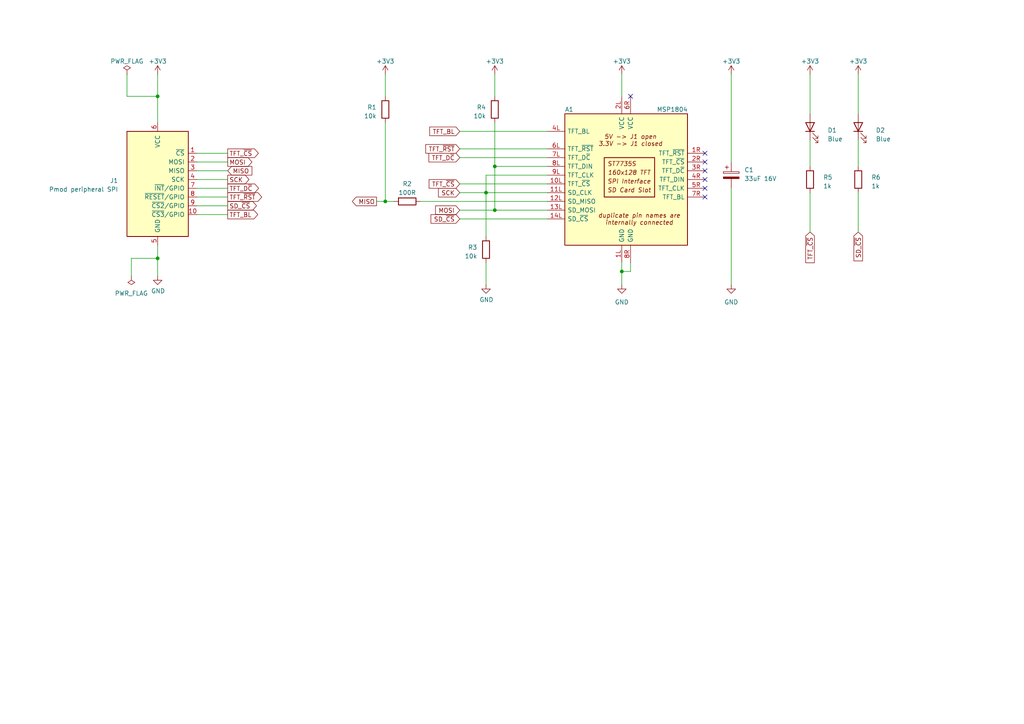
<source format=kicad_sch>
(kicad_sch (version 20230121) (generator eeschema)

  (uuid ef409a08-157a-48a5-aaa9-474c2683968c)

  (paper "A4")

  (title_block
    (title "PMOD extended SPI TFT")
    (date "2023-04-01")
    (rev "V1.0")
    (company "https://github.com/atoomnetmarc/PMOD-extended-SPI-TFT")
    (comment 1 "Apache License, version 2.0")
  )

  (lib_symbols
    (symbol "Connector-extra:Pmod-peripheral-spi-expanded" (pin_names (offset 1.016)) (in_bom yes) (on_board yes)
      (property "Reference" "J" (at -7.62 16.51 0)
        (effects (font (size 1.27 1.27)))
      )
      (property "Value" "Pmod peripheral SPI" (at 0.635 16.51 0)
        (effects (font (size 1.27 1.27)) (justify left))
      )
      (property "Footprint" "Connector_PinHeader_2.54mm-extra:PinHeader_2x06_P2.54mm_Horizontal_Top_Bottom" (at 0 -22.86 0)
        (effects (font (size 1.27 1.27)) hide)
      )
      (property "Datasheet" "https://digilent.com/reference/pmod/start" (at -1.27 -25.4 0)
        (effects (font (size 1.27 1.27)) hide)
      )
      (property "ki_keywords" "pmod" (at 0 0 0)
        (effects (font (size 1.27 1.27)) hide)
      )
      (property "ki_description" "Pmod Interface Type 2A (expanded SPI) peripheral" (at 0 0 0)
        (effects (font (size 1.27 1.27)) hide)
      )
      (symbol "Pmod-peripheral-spi-expanded_0_1"
        (rectangle (start -8.89 15.24) (end 8.89 -15.24)
          (stroke (width 0.254) (type default))
          (fill (type background))
        )
      )
      (symbol "Pmod-peripheral-spi-expanded_1_1"
        (pin output line (at 11.43 8.89 180) (length 2.54)
          (name "~{CS}" (effects (font (size 1.27 1.27))))
          (number "1" (effects (font (size 1.27 1.27))))
        )
        (pin bidirectional line (at 11.43 -8.89 180) (length 2.54)
          (name "~{CS3}/GPIO" (effects (font (size 1.27 1.27))))
          (number "10" (effects (font (size 1.27 1.27))))
        )
        (pin passive line (at 0 -17.78 90) (length 2.54) hide
          (name "GND" (effects (font (size 1.27 1.27))))
          (number "11" (effects (font (size 1.27 1.27))))
        )
        (pin passive line (at 0 17.78 270) (length 2.54) hide
          (name "VCC" (effects (font (size 1.27 1.27))))
          (number "12" (effects (font (size 1.27 1.27))))
        )
        (pin output line (at 11.43 6.35 180) (length 2.54)
          (name "MOSI" (effects (font (size 1.27 1.27))))
          (number "2" (effects (font (size 1.27 1.27))))
        )
        (pin input line (at 11.43 3.81 180) (length 2.54)
          (name "MISO" (effects (font (size 1.27 1.27))))
          (number "3" (effects (font (size 1.27 1.27))))
        )
        (pin output line (at 11.43 1.27 180) (length 2.54)
          (name "SCK" (effects (font (size 1.27 1.27))))
          (number "4" (effects (font (size 1.27 1.27))))
        )
        (pin power_in line (at 0 -17.78 90) (length 2.54)
          (name "GND" (effects (font (size 1.27 1.27))))
          (number "5" (effects (font (size 1.27 1.27))))
        )
        (pin power_in line (at 0 17.78 270) (length 2.54)
          (name "VCC" (effects (font (size 1.27 1.27))))
          (number "6" (effects (font (size 1.27 1.27))))
        )
        (pin bidirectional line (at 11.43 -1.27 180) (length 2.54)
          (name "~{INT}/GPIO" (effects (font (size 1.27 1.27))))
          (number "7" (effects (font (size 1.27 1.27))))
        )
        (pin bidirectional line (at 11.43 -3.81 180) (length 2.54)
          (name "~{RESET}/GPIO" (effects (font (size 1.27 1.27))))
          (number "8" (effects (font (size 1.27 1.27))))
        )
        (pin bidirectional line (at 11.43 -6.35 180) (length 2.54)
          (name "~{CS2}/GPIO" (effects (font (size 1.27 1.27))))
          (number "9" (effects (font (size 1.27 1.27))))
        )
      )
    )
    (symbol "Device:C_Polarized" (pin_numbers hide) (pin_names (offset 0.254)) (in_bom yes) (on_board yes)
      (property "Reference" "C" (at 0.635 2.54 0)
        (effects (font (size 1.27 1.27)) (justify left))
      )
      (property "Value" "C_Polarized" (at 0.635 -2.54 0)
        (effects (font (size 1.27 1.27)) (justify left))
      )
      (property "Footprint" "" (at 0.9652 -3.81 0)
        (effects (font (size 1.27 1.27)) hide)
      )
      (property "Datasheet" "~" (at 0 0 0)
        (effects (font (size 1.27 1.27)) hide)
      )
      (property "ki_keywords" "cap capacitor" (at 0 0 0)
        (effects (font (size 1.27 1.27)) hide)
      )
      (property "ki_description" "Polarized capacitor" (at 0 0 0)
        (effects (font (size 1.27 1.27)) hide)
      )
      (property "ki_fp_filters" "CP_*" (at 0 0 0)
        (effects (font (size 1.27 1.27)) hide)
      )
      (symbol "C_Polarized_0_1"
        (rectangle (start -2.286 0.508) (end 2.286 1.016)
          (stroke (width 0) (type default))
          (fill (type none))
        )
        (polyline
          (pts
            (xy -1.778 2.286)
            (xy -0.762 2.286)
          )
          (stroke (width 0) (type default))
          (fill (type none))
        )
        (polyline
          (pts
            (xy -1.27 2.794)
            (xy -1.27 1.778)
          )
          (stroke (width 0) (type default))
          (fill (type none))
        )
        (rectangle (start 2.286 -0.508) (end -2.286 -1.016)
          (stroke (width 0) (type default))
          (fill (type outline))
        )
      )
      (symbol "C_Polarized_1_1"
        (pin passive line (at 0 3.81 270) (length 2.794)
          (name "~" (effects (font (size 1.27 1.27))))
          (number "1" (effects (font (size 1.27 1.27))))
        )
        (pin passive line (at 0 -3.81 90) (length 2.794)
          (name "~" (effects (font (size 1.27 1.27))))
          (number "2" (effects (font (size 1.27 1.27))))
        )
      )
    )
    (symbol "Device:LED" (pin_numbers hide) (pin_names (offset 1.016) hide) (in_bom yes) (on_board yes)
      (property "Reference" "D" (at 0 2.54 0)
        (effects (font (size 1.27 1.27)))
      )
      (property "Value" "LED" (at 0 -2.54 0)
        (effects (font (size 1.27 1.27)))
      )
      (property "Footprint" "" (at 0 0 0)
        (effects (font (size 1.27 1.27)) hide)
      )
      (property "Datasheet" "~" (at 0 0 0)
        (effects (font (size 1.27 1.27)) hide)
      )
      (property "ki_keywords" "LED diode" (at 0 0 0)
        (effects (font (size 1.27 1.27)) hide)
      )
      (property "ki_description" "Light emitting diode" (at 0 0 0)
        (effects (font (size 1.27 1.27)) hide)
      )
      (property "ki_fp_filters" "LED* LED_SMD:* LED_THT:*" (at 0 0 0)
        (effects (font (size 1.27 1.27)) hide)
      )
      (symbol "LED_0_1"
        (polyline
          (pts
            (xy -1.27 -1.27)
            (xy -1.27 1.27)
          )
          (stroke (width 0.254) (type default))
          (fill (type none))
        )
        (polyline
          (pts
            (xy -1.27 0)
            (xy 1.27 0)
          )
          (stroke (width 0) (type default))
          (fill (type none))
        )
        (polyline
          (pts
            (xy 1.27 -1.27)
            (xy 1.27 1.27)
            (xy -1.27 0)
            (xy 1.27 -1.27)
          )
          (stroke (width 0.254) (type default))
          (fill (type none))
        )
        (polyline
          (pts
            (xy -3.048 -0.762)
            (xy -4.572 -2.286)
            (xy -3.81 -2.286)
            (xy -4.572 -2.286)
            (xy -4.572 -1.524)
          )
          (stroke (width 0) (type default))
          (fill (type none))
        )
        (polyline
          (pts
            (xy -1.778 -0.762)
            (xy -3.302 -2.286)
            (xy -2.54 -2.286)
            (xy -3.302 -2.286)
            (xy -3.302 -1.524)
          )
          (stroke (width 0) (type default))
          (fill (type none))
        )
      )
      (symbol "LED_1_1"
        (pin passive line (at -3.81 0 0) (length 2.54)
          (name "K" (effects (font (size 1.27 1.27))))
          (number "1" (effects (font (size 1.27 1.27))))
        )
        (pin passive line (at 3.81 0 180) (length 2.54)
          (name "A" (effects (font (size 1.27 1.27))))
          (number "2" (effects (font (size 1.27 1.27))))
        )
      )
    )
    (symbol "Device:R" (pin_numbers hide) (pin_names (offset 0)) (in_bom yes) (on_board yes)
      (property "Reference" "R" (at 2.032 0 90)
        (effects (font (size 1.27 1.27)))
      )
      (property "Value" "R" (at 0 0 90)
        (effects (font (size 1.27 1.27)))
      )
      (property "Footprint" "" (at -1.778 0 90)
        (effects (font (size 1.27 1.27)) hide)
      )
      (property "Datasheet" "~" (at 0 0 0)
        (effects (font (size 1.27 1.27)) hide)
      )
      (property "ki_keywords" "R res resistor" (at 0 0 0)
        (effects (font (size 1.27 1.27)) hide)
      )
      (property "ki_description" "Resistor" (at 0 0 0)
        (effects (font (size 1.27 1.27)) hide)
      )
      (property "ki_fp_filters" "R_*" (at 0 0 0)
        (effects (font (size 1.27 1.27)) hide)
      )
      (symbol "R_0_1"
        (rectangle (start -1.016 -2.54) (end 1.016 2.54)
          (stroke (width 0.254) (type default))
          (fill (type none))
        )
      )
      (symbol "R_1_1"
        (pin passive line (at 0 3.81 270) (length 1.27)
          (name "~" (effects (font (size 1.27 1.27))))
          (number "1" (effects (font (size 1.27 1.27))))
        )
        (pin passive line (at 0 -3.81 90) (length 1.27)
          (name "~" (effects (font (size 1.27 1.27))))
          (number "2" (effects (font (size 1.27 1.27))))
        )
      )
    )
    (symbol "Display_Graphic-extra:Module_TFT_1.8_160x128" (pin_names (offset 0.762)) (in_bom yes) (on_board yes)
      (property "Reference" "A" (at -17.78 20.32 0)
        (effects (font (size 1.27 1.27)) (justify left))
      )
      (property "Value" "MSP1804" (at 8.89 20.32 0)
        (effects (font (size 1.27 1.27)) (justify left))
      )
      (property "Footprint" "" (at 0 -17.78 0)
        (effects (font (size 1.27 1.27)) hide)
      )
      (property "Datasheet" "http://www.lcdwiki.com/1.8inch_SPI_Module_ST7735S_SKU:MSP1804" (at 0 -29.21 0)
        (effects (font (size 1.27 1.27)) hide)
      )
      (property "ki_keywords" "display module" (at 0 0 0)
        (effects (font (size 1.27 1.27)) hide)
      )
      (property "ki_description" "ST7735S controller, SPI TFT LCD Display, 4-pin SD card interface, 5V/3.3V" (at 0 0 0)
        (effects (font (size 1.27 1.27)) hide)
      )
      (property "ki_fp_filters" "*CR2013*MI2120*" (at 0 0 0)
        (effects (font (size 1.27 1.27)) hide)
      )
      (symbol "Module_TFT_1.8_160x128_0_0"
        (text "SD Card Slot" (at -5.461 -3.048 0)
          (effects (font (size 1.27 1.27) italic) (justify left))
        )
        (text "SPI Interface" (at -5.461 -0.508 0)
          (effects (font (size 1.27 1.27) italic) (justify left))
        )
      )
      (symbol "Module_TFT_1.8_160x128_0_1"
        (rectangle (start -17.78 19.05) (end 17.78 -19.05)
          (stroke (width 0.254) (type default))
          (fill (type background))
        )
        (rectangle (start -6.35 6.35) (end 8.255 -5.08)
          (stroke (width 0.254) (type default))
          (fill (type none))
        )
      )
      (symbol "Module_TFT_1.8_160x128_1_0"
        (text "160x128 TFT" (at 0.889 2.032 0)
          (effects (font (size 1.27 1.27) italic))
        )
        (text "5V -> J1 open\n3.3V -> J1 closed" (at 1.27 11.43 0)
          (effects (font (size 1.27 1.27) italic))
        )
        (text "duplicate pin names are\ninternally connected" (at 3.81 -11.43 0)
          (effects (font (size 1.27 1.27) italic))
        )
        (text "ST7735S" (at -5.461 4.572 0)
          (effects (font (size 1.27 1.27) italic) (justify left))
        )
      )
      (symbol "Module_TFT_1.8_160x128_1_1"
        (pin input line (at -22.86 -1.27 0) (length 5.08)
          (name "TFT_~{CS}" (effects (font (size 1.27 1.27))))
          (number "10L" (effects (font (size 1.27 1.27))))
        )
        (pin input line (at -22.86 -3.81 0) (length 5.08)
          (name "SD_CLK" (effects (font (size 1.27 1.27))))
          (number "11L" (effects (font (size 1.27 1.27))))
        )
        (pin output line (at -22.86 -6.35 0) (length 5.08)
          (name "SD_MISO" (effects (font (size 1.27 1.27))))
          (number "12L" (effects (font (size 1.27 1.27))))
        )
        (pin input line (at -22.86 -8.89 0) (length 5.08)
          (name "SD_MOSI" (effects (font (size 1.27 1.27))))
          (number "13L" (effects (font (size 1.27 1.27))))
        )
        (pin input line (at -22.86 -11.43 0) (length 5.08)
          (name "SD_~{CS}" (effects (font (size 1.27 1.27))))
          (number "14L" (effects (font (size 1.27 1.27))))
        )
        (pin no_connect line (at -22.86 -13.97 0) (length 5.08) hide
          (name "NC" (effects (font (size 1.27 1.27))))
          (number "15L" (effects (font (size 1.27 1.27))))
        )
        (pin no_connect line (at -22.86 -16.51 0) (length 5.08) hide
          (name "NC" (effects (font (size 1.27 1.27))))
          (number "16L" (effects (font (size 1.27 1.27))))
        )
        (pin power_in line (at -1.27 -24.13 90) (length 5.08)
          (name "GND" (effects (font (size 1.27 1.27))))
          (number "1L" (effects (font (size 1.27 1.27))))
        )
        (pin input line (at 22.86 7.62 180) (length 5.08)
          (name "TFT_~{RST}" (effects (font (size 1.27 1.27))))
          (number "1R" (effects (font (size 1.27 1.27))))
        )
        (pin power_in line (at -1.27 24.13 270) (length 5.08)
          (name "VCC" (effects (font (size 1.27 1.27))))
          (number "2L" (effects (font (size 1.27 1.27))))
        )
        (pin input line (at 22.86 5.08 180) (length 5.08)
          (name "TFT_~{CS}" (effects (font (size 1.27 1.27))))
          (number "2R" (effects (font (size 1.27 1.27))))
        )
        (pin no_connect line (at -22.86 16.51 0) (length 5.08) hide
          (name "NC" (effects (font (size 1.27 1.27))))
          (number "3L" (effects (font (size 1.27 1.27))))
        )
        (pin input line (at 22.86 2.54 180) (length 5.08)
          (name "TFT_D~{C}" (effects (font (size 1.27 1.27))))
          (number "3R" (effects (font (size 1.27 1.27))))
        )
        (pin input line (at -22.86 13.97 0) (length 5.08)
          (name "TFT_BL" (effects (font (size 1.27 1.27))))
          (number "4L" (effects (font (size 1.27 1.27))))
        )
        (pin input line (at 22.86 0 180) (length 5.08)
          (name "TFT_DIN" (effects (font (size 1.27 1.27))))
          (number "4R" (effects (font (size 1.27 1.27))))
        )
        (pin no_connect line (at -22.86 11.43 0) (length 5.08) hide
          (name "NC" (effects (font (size 1.27 1.27))))
          (number "5L" (effects (font (size 1.27 1.27))))
        )
        (pin input line (at 22.86 -2.54 180) (length 5.08)
          (name "TFT_CLK" (effects (font (size 1.27 1.27))))
          (number "5R" (effects (font (size 1.27 1.27))))
        )
        (pin input line (at -22.86 8.89 0) (length 5.08)
          (name "TFT_~{RST}" (effects (font (size 1.27 1.27))))
          (number "6L" (effects (font (size 1.27 1.27))))
        )
        (pin power_in line (at 1.27 24.13 270) (length 5.08)
          (name "VCC" (effects (font (size 1.27 1.27))))
          (number "6R" (effects (font (size 1.27 1.27))))
        )
        (pin input line (at -22.86 6.35 0) (length 5.08)
          (name "TFT_D~{C}" (effects (font (size 1.27 1.27))))
          (number "7L" (effects (font (size 1.27 1.27))))
        )
        (pin input line (at 22.86 -5.08 180) (length 5.08)
          (name "TFT_BL" (effects (font (size 1.27 1.27))))
          (number "7R" (effects (font (size 1.27 1.27))))
        )
        (pin input line (at -22.86 3.81 0) (length 5.08)
          (name "TFT_DIN" (effects (font (size 1.27 1.27))))
          (number "8L" (effects (font (size 1.27 1.27))))
        )
        (pin power_in line (at 1.27 -24.13 90) (length 5.08)
          (name "GND" (effects (font (size 1.27 1.27))))
          (number "8R" (effects (font (size 1.27 1.27))))
        )
        (pin input line (at -22.86 1.27 0) (length 5.08)
          (name "TFT_CLK" (effects (font (size 1.27 1.27))))
          (number "9L" (effects (font (size 1.27 1.27))))
        )
      )
    )
    (symbol "power:+3V3" (power) (pin_names (offset 0)) (in_bom yes) (on_board yes)
      (property "Reference" "#PWR" (at 0 -3.81 0)
        (effects (font (size 1.27 1.27)) hide)
      )
      (property "Value" "+3V3" (at 0 3.556 0)
        (effects (font (size 1.27 1.27)))
      )
      (property "Footprint" "" (at 0 0 0)
        (effects (font (size 1.27 1.27)) hide)
      )
      (property "Datasheet" "" (at 0 0 0)
        (effects (font (size 1.27 1.27)) hide)
      )
      (property "ki_keywords" "global power" (at 0 0 0)
        (effects (font (size 1.27 1.27)) hide)
      )
      (property "ki_description" "Power symbol creates a global label with name \"+3V3\"" (at 0 0 0)
        (effects (font (size 1.27 1.27)) hide)
      )
      (symbol "+3V3_0_1"
        (polyline
          (pts
            (xy -0.762 1.27)
            (xy 0 2.54)
          )
          (stroke (width 0) (type default))
          (fill (type none))
        )
        (polyline
          (pts
            (xy 0 0)
            (xy 0 2.54)
          )
          (stroke (width 0) (type default))
          (fill (type none))
        )
        (polyline
          (pts
            (xy 0 2.54)
            (xy 0.762 1.27)
          )
          (stroke (width 0) (type default))
          (fill (type none))
        )
      )
      (symbol "+3V3_1_1"
        (pin power_in line (at 0 0 90) (length 0) hide
          (name "+3V3" (effects (font (size 1.27 1.27))))
          (number "1" (effects (font (size 1.27 1.27))))
        )
      )
    )
    (symbol "power:GND" (power) (pin_names (offset 0)) (in_bom yes) (on_board yes)
      (property "Reference" "#PWR" (at 0 -6.35 0)
        (effects (font (size 1.27 1.27)) hide)
      )
      (property "Value" "GND" (at 0 -3.81 0)
        (effects (font (size 1.27 1.27)))
      )
      (property "Footprint" "" (at 0 0 0)
        (effects (font (size 1.27 1.27)) hide)
      )
      (property "Datasheet" "" (at 0 0 0)
        (effects (font (size 1.27 1.27)) hide)
      )
      (property "ki_keywords" "global power" (at 0 0 0)
        (effects (font (size 1.27 1.27)) hide)
      )
      (property "ki_description" "Power symbol creates a global label with name \"GND\" , ground" (at 0 0 0)
        (effects (font (size 1.27 1.27)) hide)
      )
      (symbol "GND_0_1"
        (polyline
          (pts
            (xy 0 0)
            (xy 0 -1.27)
            (xy 1.27 -1.27)
            (xy 0 -2.54)
            (xy -1.27 -1.27)
            (xy 0 -1.27)
          )
          (stroke (width 0) (type default))
          (fill (type none))
        )
      )
      (symbol "GND_1_1"
        (pin power_in line (at 0 0 270) (length 0) hide
          (name "GND" (effects (font (size 1.27 1.27))))
          (number "1" (effects (font (size 1.27 1.27))))
        )
      )
    )
    (symbol "power:PWR_FLAG" (power) (pin_numbers hide) (pin_names (offset 0) hide) (in_bom yes) (on_board yes)
      (property "Reference" "#FLG" (at 0 1.905 0)
        (effects (font (size 1.27 1.27)) hide)
      )
      (property "Value" "PWR_FLAG" (at 0 3.81 0)
        (effects (font (size 1.27 1.27)))
      )
      (property "Footprint" "" (at 0 0 0)
        (effects (font (size 1.27 1.27)) hide)
      )
      (property "Datasheet" "~" (at 0 0 0)
        (effects (font (size 1.27 1.27)) hide)
      )
      (property "ki_keywords" "flag power" (at 0 0 0)
        (effects (font (size 1.27 1.27)) hide)
      )
      (property "ki_description" "Special symbol for telling ERC where power comes from" (at 0 0 0)
        (effects (font (size 1.27 1.27)) hide)
      )
      (symbol "PWR_FLAG_0_0"
        (pin power_out line (at 0 0 90) (length 0)
          (name "pwr" (effects (font (size 1.27 1.27))))
          (number "1" (effects (font (size 1.27 1.27))))
        )
      )
      (symbol "PWR_FLAG_0_1"
        (polyline
          (pts
            (xy 0 0)
            (xy 0 1.27)
            (xy -1.016 1.905)
            (xy 0 2.54)
            (xy 1.016 1.905)
            (xy 0 1.27)
          )
          (stroke (width 0) (type default))
          (fill (type none))
        )
      )
    )
  )

  (junction (at 111.76 58.42) (diameter 0) (color 0 0 0 0)
    (uuid 0ca519ef-0883-4ef4-a41d-81488f8275ed)
  )
  (junction (at 180.34 78.74) (diameter 0) (color 0 0 0 0)
    (uuid 7a478ab6-2f18-421b-8786-c6e10fc469f9)
  )
  (junction (at 143.51 60.96) (diameter 0) (color 0 0 0 0)
    (uuid a2d5411e-e003-4ae5-9efe-28269358077c)
  )
  (junction (at 140.97 55.88) (diameter 0) (color 0 0 0 0)
    (uuid aa4849fa-410f-4171-b7eb-52bbc64191ef)
  )
  (junction (at 143.51 48.26) (diameter 0) (color 0 0 0 0)
    (uuid e7ba09ba-3e74-4145-bcfd-d7704852c1a7)
  )
  (junction (at 45.72 27.94) (diameter 0) (color 0 0 0 0)
    (uuid eee73422-3f27-45f0-a222-c38cf9218c5c)
  )
  (junction (at 45.72 74.93) (diameter 0) (color 0 0 0 0)
    (uuid fa9c374f-b149-4673-bf45-6a2464dfc6d7)
  )

  (no_connect (at 204.47 44.45) (uuid 0a1b84d0-9f80-41b4-8dcd-57ddd49423c7))
  (no_connect (at 204.47 49.53) (uuid 750d9e00-f9df-4837-86f6-e6ef76b7eabd))
  (no_connect (at 182.88 27.94) (uuid 9fc4627b-93d6-4fbb-949b-149add0b79e6))
  (no_connect (at 204.47 52.07) (uuid a366f579-4dc6-4226-b1bb-a6e9b79404df))
  (no_connect (at 204.47 46.99) (uuid cfb819db-b1d4-414c-9473-0a89efe8e301))
  (no_connect (at 204.47 57.15) (uuid e1254035-e308-4d22-b5c4-8a63dca77651))
  (no_connect (at 204.47 54.61) (uuid f887d56a-6c1a-493d-a578-cc0a48927539))

  (wire (pts (xy 182.88 76.2) (xy 182.88 78.74))
    (stroke (width 0) (type default))
    (uuid 07f6694c-09f5-4de8-ad5d-635086886a5d)
  )
  (wire (pts (xy 212.09 21.59) (xy 212.09 46.99))
    (stroke (width 0) (type default))
    (uuid 0d1e885b-4350-4519-b27c-ad1ee0329355)
  )
  (wire (pts (xy 111.76 21.59) (xy 111.76 27.94))
    (stroke (width 0) (type default))
    (uuid 11d8745b-d456-4966-907c-b6829fedbe0d)
  )
  (wire (pts (xy 57.15 59.69) (xy 66.04 59.69))
    (stroke (width 0) (type default))
    (uuid 161fa106-5551-43fd-9f4e-36c997d244fb)
  )
  (wire (pts (xy 143.51 60.96) (xy 158.75 60.96))
    (stroke (width 0) (type default))
    (uuid 18b6b9aa-4adf-43a8-9773-797b74fcac7c)
  )
  (wire (pts (xy 121.92 58.42) (xy 158.75 58.42))
    (stroke (width 0) (type default))
    (uuid 25a8ad13-98ab-492b-b98c-d177df727fc7)
  )
  (wire (pts (xy 57.15 62.23) (xy 66.04 62.23))
    (stroke (width 0) (type default))
    (uuid 25c2ddc7-f05f-45d6-8940-28240b8946d8)
  )
  (wire (pts (xy 248.92 33.02) (xy 248.92 21.59))
    (stroke (width 0) (type default))
    (uuid 25efa4ce-8249-49b3-8e32-8927cfa3c83e)
  )
  (wire (pts (xy 234.95 33.02) (xy 234.95 21.59))
    (stroke (width 0) (type default))
    (uuid 266a7df1-51e1-4c14-8a0a-926973cbe612)
  )
  (wire (pts (xy 111.76 58.42) (xy 114.3 58.42))
    (stroke (width 0) (type default))
    (uuid 328bed4d-5b08-4203-9902-84ecdd0e4341)
  )
  (wire (pts (xy 57.15 44.45) (xy 66.04 44.45))
    (stroke (width 0) (type default))
    (uuid 34467498-e4c1-400e-9deb-97d3d91ba865)
  )
  (wire (pts (xy 45.72 74.93) (xy 45.72 80.01))
    (stroke (width 0) (type default))
    (uuid 3997eca3-9bce-47de-bf30-5d51ea26afe5)
  )
  (wire (pts (xy 180.34 76.2) (xy 180.34 78.74))
    (stroke (width 0) (type default))
    (uuid 3b2428dd-f3bf-4f6f-9012-79d4d1d8d83b)
  )
  (wire (pts (xy 158.75 50.8) (xy 140.97 50.8))
    (stroke (width 0) (type default))
    (uuid 3f708840-dacb-4fff-975e-33d16f037a78)
  )
  (wire (pts (xy 133.35 45.72) (xy 158.75 45.72))
    (stroke (width 0) (type default))
    (uuid 43564f62-82a3-475a-8eef-7970fe67d039)
  )
  (wire (pts (xy 57.15 54.61) (xy 66.04 54.61))
    (stroke (width 0) (type default))
    (uuid 4a45c879-2fee-4663-bd38-5e9aa936b4a1)
  )
  (wire (pts (xy 133.35 43.18) (xy 158.75 43.18))
    (stroke (width 0) (type default))
    (uuid 4c59fd90-e28f-445a-8c71-0a9e370da16c)
  )
  (wire (pts (xy 38.1 74.93) (xy 45.72 74.93))
    (stroke (width 0) (type default))
    (uuid 5aa799a1-0c79-4147-a2f1-6bb2f1804313)
  )
  (wire (pts (xy 143.51 48.26) (xy 143.51 60.96))
    (stroke (width 0) (type default))
    (uuid 5f25da72-4f99-4612-8aef-43fb94b4e87e)
  )
  (wire (pts (xy 248.92 55.88) (xy 248.92 67.31))
    (stroke (width 0) (type default))
    (uuid 62d88951-7778-472a-8687-88d6db3b0e65)
  )
  (wire (pts (xy 45.72 27.94) (xy 45.72 35.56))
    (stroke (width 0) (type default))
    (uuid 66216b20-7e49-4f3d-bd8a-bc5cfa69112e)
  )
  (wire (pts (xy 143.51 48.26) (xy 158.75 48.26))
    (stroke (width 0) (type default))
    (uuid 68b39bd5-db4a-4a8d-836c-2eef45e137ca)
  )
  (wire (pts (xy 158.75 55.88) (xy 140.97 55.88))
    (stroke (width 0) (type default))
    (uuid 70150dcd-a63e-4a72-b0db-9469eaadb7af)
  )
  (wire (pts (xy 182.88 78.74) (xy 180.34 78.74))
    (stroke (width 0) (type default))
    (uuid 72927ad0-e292-4207-ac5e-70c30d05feaf)
  )
  (wire (pts (xy 57.15 52.07) (xy 66.04 52.07))
    (stroke (width 0) (type default))
    (uuid 73c1304c-0a17-4caa-ae0c-c6a556a42163)
  )
  (wire (pts (xy 45.72 71.12) (xy 45.72 74.93))
    (stroke (width 0) (type default))
    (uuid 76d4e58f-68b4-47a0-9bc6-aff877c01182)
  )
  (wire (pts (xy 36.83 21.59) (xy 36.83 27.94))
    (stroke (width 0) (type default))
    (uuid 7a9fbe91-3905-4422-a232-73745cfa2218)
  )
  (wire (pts (xy 133.35 55.88) (xy 140.97 55.88))
    (stroke (width 0) (type default))
    (uuid 7b8f4493-7db4-4664-9d6f-011a9c7959da)
  )
  (wire (pts (xy 248.92 48.26) (xy 248.92 40.64))
    (stroke (width 0) (type default))
    (uuid 80a6b8c2-744f-48ba-b889-026e14b277a8)
  )
  (wire (pts (xy 234.95 48.26) (xy 234.95 40.64))
    (stroke (width 0) (type default))
    (uuid 887770c4-3ad1-4e91-a043-db2167e6bee5)
  )
  (wire (pts (xy 133.35 53.34) (xy 158.75 53.34))
    (stroke (width 0) (type default))
    (uuid 8a76fd1e-2bdf-4f34-8d46-6cdcd1d81ff4)
  )
  (wire (pts (xy 133.35 60.96) (xy 143.51 60.96))
    (stroke (width 0) (type default))
    (uuid 8cd9d031-a5c7-488a-b0f4-b06316b1a672)
  )
  (wire (pts (xy 45.72 21.59) (xy 45.72 27.94))
    (stroke (width 0) (type default))
    (uuid a3c71ed2-6717-49e2-ae16-068c2a2f6d7e)
  )
  (wire (pts (xy 212.09 54.61) (xy 212.09 82.55))
    (stroke (width 0) (type default))
    (uuid a5448772-5f38-4886-8643-bf1b36cd2a40)
  )
  (wire (pts (xy 140.97 50.8) (xy 140.97 55.88))
    (stroke (width 0) (type default))
    (uuid a730949d-4de0-4573-a80c-ef4fe75c48ae)
  )
  (wire (pts (xy 57.15 49.53) (xy 66.04 49.53))
    (stroke (width 0) (type default))
    (uuid a7dee94b-7404-429b-9bc2-af14de4a1b24)
  )
  (wire (pts (xy 133.35 63.5) (xy 158.75 63.5))
    (stroke (width 0) (type default))
    (uuid aa5297f3-6bd0-4cf5-b79f-58e26823c125)
  )
  (wire (pts (xy 143.51 21.59) (xy 143.51 27.94))
    (stroke (width 0) (type default))
    (uuid ac86d302-0378-467d-8707-62d677edfe04)
  )
  (wire (pts (xy 109.22 58.42) (xy 111.76 58.42))
    (stroke (width 0) (type default))
    (uuid bc60825e-870a-4aa6-b957-c27b1c917993)
  )
  (wire (pts (xy 57.15 46.99) (xy 66.04 46.99))
    (stroke (width 0) (type default))
    (uuid c73e995d-8430-4a49-afb6-20ac3b9b0390)
  )
  (wire (pts (xy 140.97 76.2) (xy 140.97 82.55))
    (stroke (width 0) (type default))
    (uuid ca5e534f-fe67-497b-9fb4-3b76553f890e)
  )
  (wire (pts (xy 133.35 38.1) (xy 158.75 38.1))
    (stroke (width 0) (type default))
    (uuid cbc22501-8e56-4221-a4b1-f876100695bd)
  )
  (wire (pts (xy 180.34 78.74) (xy 180.34 82.55))
    (stroke (width 0) (type default))
    (uuid d216b243-1bfd-45f6-81f9-b8835b2245f6)
  )
  (wire (pts (xy 180.34 21.59) (xy 180.34 27.94))
    (stroke (width 0) (type default))
    (uuid d2469bd7-5654-40c4-b1c3-45ceac0c448e)
  )
  (wire (pts (xy 140.97 55.88) (xy 140.97 68.58))
    (stroke (width 0) (type default))
    (uuid d31b4578-4783-4ccd-b748-6cf9524423c9)
  )
  (wire (pts (xy 38.1 80.01) (xy 38.1 74.93))
    (stroke (width 0) (type default))
    (uuid ddf7375c-8f63-4184-a429-b1c6946a27ea)
  )
  (wire (pts (xy 234.95 55.88) (xy 234.95 67.31))
    (stroke (width 0) (type default))
    (uuid e843c3eb-79c6-4922-bda6-abc4777e04a7)
  )
  (wire (pts (xy 57.15 57.15) (xy 66.04 57.15))
    (stroke (width 0) (type default))
    (uuid ecf142f5-9538-4d3f-8986-a500fc57fe68)
  )
  (wire (pts (xy 143.51 35.56) (xy 143.51 48.26))
    (stroke (width 0) (type default))
    (uuid ef0cffe6-5d9c-472c-84af-9ba7e47e0df9)
  )
  (wire (pts (xy 36.83 27.94) (xy 45.72 27.94))
    (stroke (width 0) (type default))
    (uuid f27d7d14-dfce-4ef1-ac39-2ba384016f30)
  )
  (wire (pts (xy 111.76 35.56) (xy 111.76 58.42))
    (stroke (width 0) (type default))
    (uuid f8084b8c-908e-4a8d-aae8-b8309424c78a)
  )

  (global_label "TFT_D~{C}" (shape input) (at 133.35 45.72 180) (fields_autoplaced)
    (effects (font (size 1.27 1.27)) (justify right))
    (uuid 00e82cdc-8eed-4c48-9f8d-62315c866d78)
    (property "Intersheetrefs" "${INTERSHEET_REFS}" (at 120.6471 45.72 0)
      (effects (font (size 1.27 1.27)) (justify right) hide)
    )
  )
  (global_label "TFT_BL" (shape output) (at 66.04 62.23 0) (fields_autoplaced)
    (effects (font (size 1.27 1.27)) (justify left))
    (uuid 03c3ab56-1231-4c31-885e-ec3c800b07ed)
    (property "Intersheetrefs" "${INTERSHEET_REFS}" (at 75.2353 62.23 0)
      (effects (font (size 1.27 1.27)) (justify left) hide)
    )
  )
  (global_label "TFT_~{RST}" (shape input) (at 133.35 43.18 180) (fields_autoplaced)
    (effects (font (size 1.27 1.27)) (justify right))
    (uuid 3613687f-9c9f-4045-9fc0-734b9b0d40d9)
    (property "Intersheetrefs" "${INTERSHEET_REFS}" (at 119.74 43.18 0)
      (effects (font (size 1.27 1.27)) (justify right) hide)
    )
  )
  (global_label "SCK" (shape input) (at 133.35 55.88 180) (fields_autoplaced)
    (effects (font (size 1.27 1.27)) (justify right))
    (uuid 36d7c99d-4b7b-4b37-a72c-c5f96c279b29)
    (property "Intersheetrefs" "${INTERSHEET_REFS}" (at 123.429 55.88 0)
      (effects (font (size 1.27 1.27)) (justify right) hide)
    )
  )
  (global_label "SD_~{CS}" (shape output) (at 66.04 59.69 0) (fields_autoplaced)
    (effects (font (size 1.27 1.27)) (justify left))
    (uuid 3ad76828-f7c2-47d7-9e81-1b651dacb050)
    (property "Intersheetrefs" "${INTERSHEET_REFS}" (at 74.8724 59.69 0)
      (effects (font (size 1.27 1.27)) (justify left) hide)
    )
  )
  (global_label "TFT_~{CS}" (shape input) (at 133.35 53.34 180) (fields_autoplaced)
    (effects (font (size 1.27 1.27)) (justify right))
    (uuid 4ee0b875-af11-460f-b143-5729a148f577)
    (property "Intersheetrefs" "${INTERSHEET_REFS}" (at 120.7076 53.34 0)
      (effects (font (size 1.27 1.27)) (justify right) hide)
    )
  )
  (global_label "TFT_~{CS}" (shape output) (at 66.04 44.45 0) (fields_autoplaced)
    (effects (font (size 1.27 1.27)) (justify left))
    (uuid 53a38a06-2ca5-4f5b-ac63-c4c702d05554)
    (property "Intersheetrefs" "${INTERSHEET_REFS}" (at 75.4167 44.45 0)
      (effects (font (size 1.27 1.27)) (justify left) hide)
    )
  )
  (global_label "MISO" (shape output) (at 109.22 58.42 180) (fields_autoplaced)
    (effects (font (size 1.27 1.27)) (justify right))
    (uuid 92c9a8d4-060e-4eab-9ffb-373a9a9e9b8f)
    (property "Intersheetrefs" "${INTERSHEET_REFS}" (at 98.4523 58.42 0)
      (effects (font (size 1.27 1.27)) (justify right) hide)
    )
  )
  (global_label "TFT_BL" (shape input) (at 133.35 38.1 180) (fields_autoplaced)
    (effects (font (size 1.27 1.27)) (justify right))
    (uuid 9aec1802-472e-4b0b-bb31-5d54e7230d5f)
    (property "Intersheetrefs" "${INTERSHEET_REFS}" (at 124.1547 38.1 0)
      (effects (font (size 1.27 1.27)) (justify right) hide)
    )
  )
  (global_label "SD_~{CS}" (shape input) (at 248.92 67.31 270) (fields_autoplaced)
    (effects (font (size 1.27 1.27)) (justify right))
    (uuid 9de90ddd-0c34-4a80-9c76-40afe1769ef6)
    (property "Intersheetrefs" "${INTERSHEET_REFS}" (at 248.92 76.1424 90)
      (effects (font (size 1.27 1.27)) (justify right) hide)
    )
  )
  (global_label "TFT_~{RST}" (shape output) (at 66.04 57.15 0) (fields_autoplaced)
    (effects (font (size 1.27 1.27)) (justify left))
    (uuid a193a907-6c5e-405c-8293-d0adf75df635)
    (property "Intersheetrefs" "${INTERSHEET_REFS}" (at 76.3843 57.15 0)
      (effects (font (size 1.27 1.27)) (justify left) hide)
    )
  )
  (global_label "MOSI" (shape input) (at 133.35 60.96 180) (fields_autoplaced)
    (effects (font (size 1.27 1.27)) (justify right))
    (uuid a41f1ff5-3026-4c8f-826c-ab24d7483c14)
    (property "Intersheetrefs" "${INTERSHEET_REFS}" (at 122.5823 60.96 0)
      (effects (font (size 1.27 1.27)) (justify right) hide)
    )
  )
  (global_label "MOSI" (shape output) (at 66.04 46.99 0) (fields_autoplaced)
    (effects (font (size 1.27 1.27)) (justify left))
    (uuid b4d68599-0d37-47ae-bd81-eef201dd5ddc)
    (property "Intersheetrefs" "${INTERSHEET_REFS}" (at 73.542 46.99 0)
      (effects (font (size 1.27 1.27)) (justify left) hide)
    )
  )
  (global_label "TFT_D~{C}" (shape output) (at 66.04 54.61 0) (fields_autoplaced)
    (effects (font (size 1.27 1.27)) (justify left))
    (uuid c418c333-9c48-4643-8b47-2ee96792d233)
    (property "Intersheetrefs" "${INTERSHEET_REFS}" (at 75.4772 54.61 0)
      (effects (font (size 1.27 1.27)) (justify left) hide)
    )
  )
  (global_label "TFT_~{CS}" (shape input) (at 234.95 67.31 270) (fields_autoplaced)
    (effects (font (size 1.27 1.27)) (justify right))
    (uuid cabbdd5f-fef9-4d50-b00b-6c7a57c4066f)
    (property "Intersheetrefs" "${INTERSHEET_REFS}" (at 234.95 76.6867 90)
      (effects (font (size 1.27 1.27)) (justify right) hide)
    )
  )
  (global_label "SCK" (shape output) (at 66.04 52.07 0) (fields_autoplaced)
    (effects (font (size 1.27 1.27)) (justify left))
    (uuid d4e72770-3db8-4671-8338-e25dc08c63c8)
    (property "Intersheetrefs" "${INTERSHEET_REFS}" (at 72.6953 52.07 0)
      (effects (font (size 1.27 1.27)) (justify left) hide)
    )
  )
  (global_label "MISO" (shape input) (at 66.04 49.53 0) (fields_autoplaced)
    (effects (font (size 1.27 1.27)) (justify left))
    (uuid d6b162d8-e52c-4f72-9a92-95698c6d116f)
    (property "Intersheetrefs" "${INTERSHEET_REFS}" (at 73.542 49.53 0)
      (effects (font (size 1.27 1.27)) (justify left) hide)
    )
  )
  (global_label "SD_~{CS}" (shape input) (at 133.35 63.5 180) (fields_autoplaced)
    (effects (font (size 1.27 1.27)) (justify right))
    (uuid dcb6be81-26d2-4c5b-ad95-285f393191a7)
    (property "Intersheetrefs" "${INTERSHEET_REFS}" (at 121.2519 63.5 0)
      (effects (font (size 1.27 1.27)) (justify right) hide)
    )
  )

  (symbol (lib_id "power:+3V3") (at 248.92 21.59 0) (unit 1)
    (in_bom yes) (on_board yes) (dnp no) (fields_autoplaced)
    (uuid 0679cddc-f97d-4331-9e14-189a9e83bed0)
    (property "Reference" "#PWR011" (at 248.92 25.4 0)
      (effects (font (size 1.27 1.27)) hide)
    )
    (property "Value" "+3V3" (at 248.92 17.78 0)
      (effects (font (size 1.27 1.27)))
    )
    (property "Footprint" "" (at 248.92 21.59 0)
      (effects (font (size 1.27 1.27)) hide)
    )
    (property "Datasheet" "" (at 248.92 21.59 0)
      (effects (font (size 1.27 1.27)) hide)
    )
    (pin "1" (uuid 7e96685a-fd7c-4945-94a3-f500632b439f))
    (instances
      (project "PMOD SPI SD TFT"
        (path "/ef409a08-157a-48a5-aaa9-474c2683968c"
          (reference "#PWR011") (unit 1)
        )
      )
    )
  )

  (symbol (lib_id "Device:R") (at 111.76 31.75 0) (unit 1)
    (in_bom yes) (on_board yes) (dnp no) (fields_autoplaced)
    (uuid 0acf2f1d-7304-402f-b7c4-7885e47c197d)
    (property "Reference" "R5" (at 109.22 31.115 0)
      (effects (font (size 1.27 1.27)) (justify right))
    )
    (property "Value" "10k" (at 109.22 33.655 0)
      (effects (font (size 1.27 1.27)) (justify right))
    )
    (property "Footprint" "Resistor_SMD:R_0805_2012Metric_Pad1.20x1.40mm_HandSolder" (at 109.982 31.75 90)
      (effects (font (size 1.27 1.27)) hide)
    )
    (property "Datasheet" "~" (at 111.76 31.75 0)
      (effects (font (size 1.27 1.27)) hide)
    )
    (pin "1" (uuid 2804676e-6a7f-4dcd-ab7a-e8f042c4968e))
    (pin "2" (uuid ce9bf19d-d0d7-46c3-95a4-aad7e4f6bcb0))
    (instances
      (project "at90s8535"
        (path "/b25be410-ef2b-47a5-b0e7-4e30ab693d4d"
          (reference "R5") (unit 1)
        )
        (path "/b25be410-ef2b-47a5-b0e7-4e30ab693d4d/0ca56ccd-8756-4f8d-88ea-e6f5e867e9e2"
          (reference "R4") (unit 1)
        )
      )
      (project "PMOD SPI SD TFT"
        (path "/ef409a08-157a-48a5-aaa9-474c2683968c"
          (reference "R1") (unit 1)
        )
      )
    )
  )

  (symbol (lib_id "Device:C_Polarized") (at 212.09 50.8 0) (unit 1)
    (in_bom yes) (on_board yes) (dnp no) (fields_autoplaced)
    (uuid 0bf78614-6e3f-499b-bd2e-f495d87cbd04)
    (property "Reference" "C6" (at 215.9 49.276 0)
      (effects (font (size 1.27 1.27)) (justify left))
    )
    (property "Value" "33uF 16V" (at 215.9 51.816 0)
      (effects (font (size 1.27 1.27)) (justify left))
    )
    (property "Footprint" "Capacitor_THT:CP_Radial_D6.3mm_P2.50mm" (at 213.0552 54.61 0)
      (effects (font (size 1.27 1.27)) hide)
    )
    (property "Datasheet" "~" (at 212.09 50.8 0)
      (effects (font (size 1.27 1.27)) hide)
    )
    (pin "1" (uuid ce93f23b-c940-46c5-bebb-6784b646aebc))
    (pin "2" (uuid db506da0-8a87-45e1-a8a3-fb81070428a4))
    (instances
      (project "at90s8535"
        (path "/b25be410-ef2b-47a5-b0e7-4e30ab693d4d"
          (reference "C6") (unit 1)
        )
        (path "/b25be410-ef2b-47a5-b0e7-4e30ab693d4d/0ca56ccd-8756-4f8d-88ea-e6f5e867e9e2"
          (reference "C12") (unit 1)
        )
      )
      (project "PMOD SPI SD TFT"
        (path "/ef409a08-157a-48a5-aaa9-474c2683968c"
          (reference "C1") (unit 1)
        )
      )
    )
  )

  (symbol (lib_id "Device:R") (at 234.95 52.07 0) (unit 1)
    (in_bom yes) (on_board yes) (dnp no) (fields_autoplaced)
    (uuid 11abda66-b405-477e-b214-a26ae952ebc6)
    (property "Reference" "R20" (at 238.76 51.435 0)
      (effects (font (size 1.27 1.27)) (justify left))
    )
    (property "Value" "1k" (at 238.76 53.975 0)
      (effects (font (size 1.27 1.27)) (justify left))
    )
    (property "Footprint" "Resistor_SMD:R_0805_2012Metric_Pad1.20x1.40mm_HandSolder" (at 233.172 52.07 90)
      (effects (font (size 1.27 1.27)) hide)
    )
    (property "Datasheet" "~" (at 234.95 52.07 0)
      (effects (font (size 1.27 1.27)) hide)
    )
    (pin "1" (uuid 15d8172f-d60e-4949-b424-ed2c547efcfd))
    (pin "2" (uuid eb759276-96f5-4cff-8042-c8ce20680abf))
    (instances
      (project "RISC-V emulator AVR"
        (path "/b25be410-ef2b-47a5-b0e7-4e30ab693d4d"
          (reference "R20") (unit 1)
        )
        (path "/b25be410-ef2b-47a5-b0e7-4e30ab693d4d/d85ed16e-ff2b-4233-8758-87eae0a45173"
          (reference "R18") (unit 1)
        )
      )
      (project "PMOD SPI SD TFT"
        (path "/ef409a08-157a-48a5-aaa9-474c2683968c"
          (reference "R5") (unit 1)
        )
      )
    )
  )

  (symbol (lib_id "Device:R") (at 140.97 72.39 0) (unit 1)
    (in_bom yes) (on_board yes) (dnp no) (fields_autoplaced)
    (uuid 15c9f745-ded0-43ef-8138-d71e1bbda0e7)
    (property "Reference" "R11" (at 138.43 71.755 0)
      (effects (font (size 1.27 1.27)) (justify right))
    )
    (property "Value" "10k" (at 138.43 74.295 0)
      (effects (font (size 1.27 1.27)) (justify right))
    )
    (property "Footprint" "Resistor_SMD:R_0805_2012Metric_Pad1.20x1.40mm_HandSolder" (at 139.192 72.39 90)
      (effects (font (size 1.27 1.27)) hide)
    )
    (property "Datasheet" "~" (at 140.97 72.39 0)
      (effects (font (size 1.27 1.27)) hide)
    )
    (pin "1" (uuid 12f4b1e7-761d-45f3-923c-81576adefb15))
    (pin "2" (uuid 68ce0927-eb82-4636-a47d-57974e8876aa))
    (instances
      (project "at90s8535"
        (path "/b25be410-ef2b-47a5-b0e7-4e30ab693d4d"
          (reference "R11") (unit 1)
        )
        (path "/b25be410-ef2b-47a5-b0e7-4e30ab693d4d/0ca56ccd-8756-4f8d-88ea-e6f5e867e9e2"
          (reference "R11") (unit 1)
        )
      )
      (project "PMOD SPI SD TFT"
        (path "/ef409a08-157a-48a5-aaa9-474c2683968c"
          (reference "R3") (unit 1)
        )
      )
    )
  )

  (symbol (lib_id "Device:R") (at 118.11 58.42 90) (unit 1)
    (in_bom yes) (on_board yes) (dnp no) (fields_autoplaced)
    (uuid 22f7320e-5639-4351-9677-a0fda4224b6b)
    (property "Reference" "R19" (at 118.11 53.34 90)
      (effects (font (size 1.27 1.27)))
    )
    (property "Value" "100R" (at 118.11 55.88 90)
      (effects (font (size 1.27 1.27)))
    )
    (property "Footprint" "Resistor_SMD:R_0805_2012Metric_Pad1.20x1.40mm_HandSolder" (at 118.11 60.198 90)
      (effects (font (size 1.27 1.27)) hide)
    )
    (property "Datasheet" "~" (at 118.11 58.42 0)
      (effects (font (size 1.27 1.27)) hide)
    )
    (pin "1" (uuid 247c597e-c466-4eea-9a0f-d10adb1dedd1))
    (pin "2" (uuid 22de555e-ce23-476a-bb97-3f47bec976b0))
    (instances
      (project "at90s8535"
        (path "/b25be410-ef2b-47a5-b0e7-4e30ab693d4d"
          (reference "R19") (unit 1)
        )
        (path "/b25be410-ef2b-47a5-b0e7-4e30ab693d4d/0ca56ccd-8756-4f8d-88ea-e6f5e867e9e2"
          (reference "R5") (unit 1)
        )
      )
      (project "PMOD SPI SD TFT"
        (path "/ef409a08-157a-48a5-aaa9-474c2683968c"
          (reference "R2") (unit 1)
        )
      )
    )
  )

  (symbol (lib_id "Device:LED") (at 234.95 36.83 90) (unit 1)
    (in_bom yes) (on_board yes) (dnp no) (fields_autoplaced)
    (uuid 26a2ea1e-7a3f-4b11-a849-f55bf1d2e01c)
    (property "Reference" "D9" (at 240.03 37.7825 90)
      (effects (font (size 1.27 1.27)) (justify right))
    )
    (property "Value" "Blue" (at 240.03 40.3225 90)
      (effects (font (size 1.27 1.27)) (justify right))
    )
    (property "Footprint" "LED_SMD:LED_0805_2012Metric_Pad1.15x1.40mm_HandSolder" (at 234.95 36.83 0)
      (effects (font (size 1.27 1.27)) hide)
    )
    (property "Datasheet" "~" (at 234.95 36.83 0)
      (effects (font (size 1.27 1.27)) hide)
    )
    (pin "1" (uuid 8310d381-9aa0-4674-9383-b33b4d4062ef))
    (pin "2" (uuid da03ff8a-a61c-4a94-9706-985c60d75e4f))
    (instances
      (project "RISC-V emulator AVR"
        (path "/b25be410-ef2b-47a5-b0e7-4e30ab693d4d"
          (reference "D9") (unit 1)
        )
        (path "/b25be410-ef2b-47a5-b0e7-4e30ab693d4d/d85ed16e-ff2b-4233-8758-87eae0a45173"
          (reference "D9") (unit 1)
        )
      )
      (project "PMOD SPI SD TFT"
        (path "/ef409a08-157a-48a5-aaa9-474c2683968c"
          (reference "D1") (unit 1)
        )
      )
    )
  )

  (symbol (lib_id "Device:R") (at 143.51 31.75 0) (unit 1)
    (in_bom yes) (on_board yes) (dnp no) (fields_autoplaced)
    (uuid 2864c8fb-d0f7-4682-93df-1537968f7337)
    (property "Reference" "R4" (at 140.97 31.115 0)
      (effects (font (size 1.27 1.27)) (justify right))
    )
    (property "Value" "10k" (at 140.97 33.655 0)
      (effects (font (size 1.27 1.27)) (justify right))
    )
    (property "Footprint" "Resistor_SMD:R_0805_2012Metric_Pad1.20x1.40mm_HandSolder" (at 141.732 31.75 90)
      (effects (font (size 1.27 1.27)) hide)
    )
    (property "Datasheet" "~" (at 143.51 31.75 0)
      (effects (font (size 1.27 1.27)) hide)
    )
    (pin "1" (uuid a3903610-9541-462c-bfac-67217a89e2d9))
    (pin "2" (uuid 52662f73-0945-4a50-a51d-ce8ed5d020ae))
    (instances
      (project "at90s8535"
        (path "/b25be410-ef2b-47a5-b0e7-4e30ab693d4d"
          (reference "R4") (unit 1)
        )
        (path "/b25be410-ef2b-47a5-b0e7-4e30ab693d4d/0ca56ccd-8756-4f8d-88ea-e6f5e867e9e2"
          (reference "R12") (unit 1)
        )
      )
      (project "PMOD SPI SD TFT"
        (path "/ef409a08-157a-48a5-aaa9-474c2683968c"
          (reference "R4") (unit 1)
        )
      )
    )
  )

  (symbol (lib_id "power:+3V3") (at 180.34 21.59 0) (unit 1)
    (in_bom yes) (on_board yes) (dnp no) (fields_autoplaced)
    (uuid 2b1757ff-5743-458f-9a68-c4a3da41c91e)
    (property "Reference" "#PWR06" (at 180.34 25.4 0)
      (effects (font (size 1.27 1.27)) hide)
    )
    (property "Value" "+3V3" (at 180.34 17.78 0)
      (effects (font (size 1.27 1.27)))
    )
    (property "Footprint" "" (at 180.34 21.59 0)
      (effects (font (size 1.27 1.27)) hide)
    )
    (property "Datasheet" "" (at 180.34 21.59 0)
      (effects (font (size 1.27 1.27)) hide)
    )
    (pin "1" (uuid 813d96b0-b440-4761-8dff-58da274a44bc))
    (instances
      (project "PMOD SPI SD TFT"
        (path "/ef409a08-157a-48a5-aaa9-474c2683968c"
          (reference "#PWR06") (unit 1)
        )
      )
    )
  )

  (symbol (lib_id "power:GND") (at 140.97 82.55 0) (unit 1)
    (in_bom yes) (on_board yes) (dnp no)
    (uuid 396887d5-1592-47d5-81aa-8d36518cd0f2)
    (property "Reference" "#PWR011" (at 140.97 88.9 0)
      (effects (font (size 1.27 1.27)) hide)
    )
    (property "Value" "GND" (at 141.097 86.9442 0)
      (effects (font (size 1.27 1.27)))
    )
    (property "Footprint" "" (at 140.97 82.55 0)
      (effects (font (size 1.27 1.27)) hide)
    )
    (property "Datasheet" "" (at 140.97 82.55 0)
      (effects (font (size 1.27 1.27)) hide)
    )
    (pin "1" (uuid 9baa283a-84d3-4bb6-83c0-b13dd8b17464))
    (instances
      (project "IoT12 Control Board"
        (path "/2454fd1b-3484-4838-8b7e-d26357238fe1/00000000-0000-0000-0000-000060488463"
          (reference "#PWR011") (unit 1)
        )
      )
      (project "at90s8535"
        (path "/b25be410-ef2b-47a5-b0e7-4e30ab693d4d"
          (reference "#PWR039") (unit 1)
        )
        (path "/b25be410-ef2b-47a5-b0e7-4e30ab693d4d/0ca56ccd-8756-4f8d-88ea-e6f5e867e9e2"
          (reference "#PWR019") (unit 1)
        )
      )
      (project "PMOD SPI SD TFT"
        (path "/ef409a08-157a-48a5-aaa9-474c2683968c"
          (reference "#PWR04") (unit 1)
        )
      )
    )
  )

  (symbol (lib_id "power:PWR_FLAG") (at 38.1 80.01 180) (unit 1)
    (in_bom yes) (on_board yes) (dnp no) (fields_autoplaced)
    (uuid 3b32fd98-ac22-4e86-a200-920d48083720)
    (property "Reference" "#FLG02" (at 38.1 81.915 0)
      (effects (font (size 1.27 1.27)) hide)
    )
    (property "Value" "PWR_FLAG" (at 38.1 85.09 0)
      (effects (font (size 1.27 1.27)))
    )
    (property "Footprint" "" (at 38.1 80.01 0)
      (effects (font (size 1.27 1.27)) hide)
    )
    (property "Datasheet" "~" (at 38.1 80.01 0)
      (effects (font (size 1.27 1.27)) hide)
    )
    (pin "1" (uuid 4defa87e-c6dd-4b57-a0b2-3819f1d060f6))
    (instances
      (project "PMOD SPI SD TFT"
        (path "/ef409a08-157a-48a5-aaa9-474c2683968c"
          (reference "#FLG02") (unit 1)
        )
      )
    )
  )

  (symbol (lib_id "power:GND") (at 180.34 82.55 0) (unit 1)
    (in_bom yes) (on_board yes) (dnp no) (fields_autoplaced)
    (uuid 47ae3d4e-ee94-40c7-9649-60ba66c90efb)
    (property "Reference" "#PWR031" (at 180.34 88.9 0)
      (effects (font (size 1.27 1.27)) hide)
    )
    (property "Value" "GND" (at 180.34 87.63 0)
      (effects (font (size 1.27 1.27)))
    )
    (property "Footprint" "" (at 180.34 82.55 0)
      (effects (font (size 1.27 1.27)) hide)
    )
    (property "Datasheet" "" (at 180.34 82.55 0)
      (effects (font (size 1.27 1.27)) hide)
    )
    (pin "1" (uuid c97f50a3-08cc-4b61-994e-8742c622366d))
    (instances
      (project "at90s8535"
        (path "/b25be410-ef2b-47a5-b0e7-4e30ab693d4d"
          (reference "#PWR031") (unit 1)
        )
        (path "/b25be410-ef2b-47a5-b0e7-4e30ab693d4d/0ca56ccd-8756-4f8d-88ea-e6f5e867e9e2"
          (reference "#PWR041") (unit 1)
        )
      )
      (project "PMOD SPI SD TFT"
        (path "/ef409a08-157a-48a5-aaa9-474c2683968c"
          (reference "#PWR07") (unit 1)
        )
      )
    )
  )

  (symbol (lib_id "power:+3V3") (at 143.51 21.59 0) (unit 1)
    (in_bom yes) (on_board yes) (dnp no) (fields_autoplaced)
    (uuid 98a7f8fd-ae33-4aeb-9ff6-9cc69d1d0f48)
    (property "Reference" "#PWR05" (at 143.51 25.4 0)
      (effects (font (size 1.27 1.27)) hide)
    )
    (property "Value" "+3V3" (at 143.51 17.78 0)
      (effects (font (size 1.27 1.27)))
    )
    (property "Footprint" "" (at 143.51 21.59 0)
      (effects (font (size 1.27 1.27)) hide)
    )
    (property "Datasheet" "" (at 143.51 21.59 0)
      (effects (font (size 1.27 1.27)) hide)
    )
    (pin "1" (uuid 501e98f8-e9a0-41e6-b11e-8b9ae8bb2000))
    (instances
      (project "PMOD SPI SD TFT"
        (path "/ef409a08-157a-48a5-aaa9-474c2683968c"
          (reference "#PWR05") (unit 1)
        )
      )
    )
  )

  (symbol (lib_id "Connector-extra:Pmod-peripheral-spi-expanded") (at 45.72 53.34 0) (unit 1)
    (in_bom yes) (on_board yes) (dnp no) (fields_autoplaced)
    (uuid b315cb51-633d-45b8-a286-54de23b8ed28)
    (property "Reference" "J1" (at 34.29 52.3875 0)
      (effects (font (size 1.27 1.27)) (justify right))
    )
    (property "Value" "Pmod peripheral SPI" (at 34.29 54.9275 0)
      (effects (font (size 1.27 1.27)) (justify right))
    )
    (property "Footprint" "Connector_PinHeader_2.54mm-extra:PinHeader_2x06_P2.54mm_Horizontal_Top_Bottom" (at 45.72 76.2 0)
      (effects (font (size 1.27 1.27)) hide)
    )
    (property "Datasheet" "https://digilent.com/reference/pmod/start" (at 44.45 78.74 0)
      (effects (font (size 1.27 1.27)) hide)
    )
    (pin "1" (uuid bcc8a813-ce9d-462d-9712-ce0f4d7f8924))
    (pin "10" (uuid d8ddde2c-9dc4-4aa0-b9d6-0f74d492cf66))
    (pin "11" (uuid f4740b63-c596-48c9-8a92-b2d8ac9a47a0))
    (pin "12" (uuid dce774d6-652e-4931-999f-9046f761a9b0))
    (pin "2" (uuid 5c427ec8-7316-4105-acaa-5c2fa66b0e98))
    (pin "3" (uuid 8faf7651-edeb-44f2-97ad-c27edf9802e8))
    (pin "4" (uuid 0fce14d4-5e00-40cd-9c5f-8110f894b6ab))
    (pin "5" (uuid 57e3e631-80ea-4ed9-80c9-d0978a38f936))
    (pin "6" (uuid ea022d4b-54e8-441d-b646-490a57c1ae19))
    (pin "7" (uuid d8387ea3-105f-4822-ac3d-7c9b6e9c1614))
    (pin "8" (uuid e6a84eca-f872-4100-8638-070a8035cbed))
    (pin "9" (uuid b2955e86-a098-4d9f-b61e-21d3f6a86a55))
    (instances
      (project "PMOD SPI SD TFT"
        (path "/ef409a08-157a-48a5-aaa9-474c2683968c"
          (reference "J1") (unit 1)
        )
      )
    )
  )

  (symbol (lib_id "power:GND") (at 212.09 82.55 0) (unit 1)
    (in_bom yes) (on_board yes) (dnp no) (fields_autoplaced)
    (uuid bf435d13-223b-460d-b321-2dde2620041d)
    (property "Reference" "#PWR019" (at 212.09 88.9 0)
      (effects (font (size 1.27 1.27)) hide)
    )
    (property "Value" "GND" (at 212.09 87.63 0)
      (effects (font (size 1.27 1.27)))
    )
    (property "Footprint" "" (at 212.09 82.55 0)
      (effects (font (size 1.27 1.27)) hide)
    )
    (property "Datasheet" "" (at 212.09 82.55 0)
      (effects (font (size 1.27 1.27)) hide)
    )
    (pin "1" (uuid 8331bab3-869f-47e8-b562-07b01d317a59))
    (instances
      (project "at90s8535"
        (path "/b25be410-ef2b-47a5-b0e7-4e30ab693d4d"
          (reference "#PWR019") (unit 1)
        )
        (path "/b25be410-ef2b-47a5-b0e7-4e30ab693d4d/0ca56ccd-8756-4f8d-88ea-e6f5e867e9e2"
          (reference "#PWR055") (unit 1)
        )
      )
      (project "PMOD SPI SD TFT"
        (path "/ef409a08-157a-48a5-aaa9-474c2683968c"
          (reference "#PWR09") (unit 1)
        )
      )
    )
  )

  (symbol (lib_id "power:+3V3") (at 212.09 21.59 0) (unit 1)
    (in_bom yes) (on_board yes) (dnp no) (fields_autoplaced)
    (uuid c36999cb-0874-4cd3-b7be-25d2bed29c81)
    (property "Reference" "#PWR08" (at 212.09 25.4 0)
      (effects (font (size 1.27 1.27)) hide)
    )
    (property "Value" "+3V3" (at 212.09 17.78 0)
      (effects (font (size 1.27 1.27)))
    )
    (property "Footprint" "" (at 212.09 21.59 0)
      (effects (font (size 1.27 1.27)) hide)
    )
    (property "Datasheet" "" (at 212.09 21.59 0)
      (effects (font (size 1.27 1.27)) hide)
    )
    (pin "1" (uuid 45a2878c-fdc0-4f34-bc5b-c93bafb1c33d))
    (instances
      (project "PMOD SPI SD TFT"
        (path "/ef409a08-157a-48a5-aaa9-474c2683968c"
          (reference "#PWR08") (unit 1)
        )
      )
    )
  )

  (symbol (lib_id "power:+3V3") (at 45.72 21.59 0) (unit 1)
    (in_bom yes) (on_board yes) (dnp no) (fields_autoplaced)
    (uuid c4e85ea2-63dd-42d4-b367-8ded66c89631)
    (property "Reference" "#PWR01" (at 45.72 25.4 0)
      (effects (font (size 1.27 1.27)) hide)
    )
    (property "Value" "+3V3" (at 45.72 17.78 0)
      (effects (font (size 1.27 1.27)))
    )
    (property "Footprint" "" (at 45.72 21.59 0)
      (effects (font (size 1.27 1.27)) hide)
    )
    (property "Datasheet" "" (at 45.72 21.59 0)
      (effects (font (size 1.27 1.27)) hide)
    )
    (pin "1" (uuid 604def3b-36d2-412c-b1bd-f98d5dcaae57))
    (instances
      (project "PMOD SPI SD TFT"
        (path "/ef409a08-157a-48a5-aaa9-474c2683968c"
          (reference "#PWR01") (unit 1)
        )
      )
    )
  )

  (symbol (lib_id "power:+3V3") (at 111.76 21.59 0) (unit 1)
    (in_bom yes) (on_board yes) (dnp no) (fields_autoplaced)
    (uuid c99d9b0b-35da-49d7-ac4b-163b0005c4ae)
    (property "Reference" "#PWR03" (at 111.76 25.4 0)
      (effects (font (size 1.27 1.27)) hide)
    )
    (property "Value" "+3V3" (at 111.76 17.78 0)
      (effects (font (size 1.27 1.27)))
    )
    (property "Footprint" "" (at 111.76 21.59 0)
      (effects (font (size 1.27 1.27)) hide)
    )
    (property "Datasheet" "" (at 111.76 21.59 0)
      (effects (font (size 1.27 1.27)) hide)
    )
    (pin "1" (uuid 62f3d470-40bf-4322-9dd9-fe738ebce834))
    (instances
      (project "PMOD SPI SD TFT"
        (path "/ef409a08-157a-48a5-aaa9-474c2683968c"
          (reference "#PWR03") (unit 1)
        )
      )
    )
  )

  (symbol (lib_id "Device:LED") (at 248.92 36.83 90) (unit 1)
    (in_bom yes) (on_board yes) (dnp no) (fields_autoplaced)
    (uuid dde4541e-5ee2-4cc8-90b7-e10a4520bfd7)
    (property "Reference" "D9" (at 254 37.7825 90)
      (effects (font (size 1.27 1.27)) (justify right))
    )
    (property "Value" "Blue" (at 254 40.3225 90)
      (effects (font (size 1.27 1.27)) (justify right))
    )
    (property "Footprint" "LED_SMD:LED_0805_2012Metric_Pad1.15x1.40mm_HandSolder" (at 248.92 36.83 0)
      (effects (font (size 1.27 1.27)) hide)
    )
    (property "Datasheet" "~" (at 248.92 36.83 0)
      (effects (font (size 1.27 1.27)) hide)
    )
    (pin "1" (uuid 5925aa83-cf6e-4807-9821-fcbd8502eb30))
    (pin "2" (uuid ffb89586-d1c2-48cb-b4ee-45394458632a))
    (instances
      (project "RISC-V emulator AVR"
        (path "/b25be410-ef2b-47a5-b0e7-4e30ab693d4d"
          (reference "D9") (unit 1)
        )
        (path "/b25be410-ef2b-47a5-b0e7-4e30ab693d4d/d85ed16e-ff2b-4233-8758-87eae0a45173"
          (reference "D9") (unit 1)
        )
      )
      (project "PMOD SPI SD TFT"
        (path "/ef409a08-157a-48a5-aaa9-474c2683968c"
          (reference "D2") (unit 1)
        )
      )
    )
  )

  (symbol (lib_id "power:GND") (at 45.72 80.01 0) (unit 1)
    (in_bom yes) (on_board yes) (dnp no)
    (uuid deb8d789-60db-4de0-9513-7b7fce1460db)
    (property "Reference" "#PWR0377" (at 45.72 86.36 0)
      (effects (font (size 1.27 1.27)) hide)
    )
    (property "Value" "GND" (at 45.847 84.4042 0)
      (effects (font (size 1.27 1.27)))
    )
    (property "Footprint" "" (at 45.72 80.01 0)
      (effects (font (size 1.27 1.27)) hide)
    )
    (property "Datasheet" "" (at 45.72 80.01 0)
      (effects (font (size 1.27 1.27)) hide)
    )
    (pin "1" (uuid 1e2b0be7-61d6-4b37-9054-e7ffc9117125))
    (instances
      (project "Diy 8-bit board for UM2"
        (path "/0554bea0-89b2-4e25-9ea3-4c73921c94cb/00000000-0000-0000-0000-00005da4b487"
          (reference "#PWR0377") (unit 1)
        )
      )
      (project "RISC-V emulator AVR"
        (path "/b25be410-ef2b-47a5-b0e7-4e30ab693d4d"
          (reference "#PWR058") (unit 1)
        )
        (path "/b25be410-ef2b-47a5-b0e7-4e30ab693d4d/d85ed16e-ff2b-4233-8758-87eae0a45173"
          (reference "#PWR062") (unit 1)
        )
      )
      (project "PMOD SPI SD TFT"
        (path "/ef409a08-157a-48a5-aaa9-474c2683968c"
          (reference "#PWR02") (unit 1)
        )
      )
    )
  )

  (symbol (lib_id "Display_Graphic-extra:Module_TFT_1.8_160x128") (at 181.61 52.07 0) (unit 1)
    (in_bom yes) (on_board yes) (dnp no)
    (uuid e8c1bb6b-76d7-4392-9b83-7639a92f0948)
    (property "Reference" "A1" (at 163.83 31.75 0)
      (effects (font (size 1.27 1.27)) (justify left))
    )
    (property "Value" "MSP1804" (at 190.5 31.75 0)
      (effects (font (size 1.27 1.27)) (justify left))
    )
    (property "Footprint" "Display-extra:Module_TFT_1.8_160x128" (at 181.61 69.85 0)
      (effects (font (size 1.27 1.27)) hide)
    )
    (property "Datasheet" "http://www.lcdwiki.com/1.8inch_SPI_Module_ST7735S_SKU:MSP1804" (at 181.61 81.28 0)
      (effects (font (size 1.27 1.27)) hide)
    )
    (pin "10L" (uuid 7a61e4b2-c1b0-4173-941d-1d7456b0bcf6))
    (pin "11L" (uuid 1aa7b27f-6f69-461d-9287-f9124f0aa6d7))
    (pin "12L" (uuid a122b9b0-b764-4e1a-935c-9417149f72e7))
    (pin "13L" (uuid 192315a8-c75e-4e07-b07b-ae449486438c))
    (pin "14L" (uuid c4ba477e-3a49-4a06-b958-2fafe5880f61))
    (pin "15L" (uuid 2943890f-17c2-4667-bef9-694bf92044f6))
    (pin "16L" (uuid 041c0ba5-dec7-4622-a414-fd8e0bda68e6))
    (pin "1L" (uuid 39e57551-e0bf-4d74-af0a-ca446d3c3ebc))
    (pin "1R" (uuid 43471a40-5bfe-4a33-b739-7babba1871c4))
    (pin "2L" (uuid e64791fd-e441-49a6-963d-3540dd144fb3))
    (pin "2R" (uuid 88c1bb53-c438-4dc9-adeb-992273de75b8))
    (pin "3L" (uuid fb53b7fc-86fc-49fb-9d82-36ce5bb01bf0))
    (pin "3R" (uuid 5257e967-b6cf-439c-8a6e-c275ecb0197c))
    (pin "4L" (uuid d203a973-dfe7-412c-baeb-384bde297104))
    (pin "4R" (uuid 36ec0755-908e-41e8-afaf-f37a872fd508))
    (pin "5L" (uuid 8cce9777-2213-44e2-b029-6e86d895efd1))
    (pin "5R" (uuid c35b0c50-1192-4dd8-ad84-f36781951471))
    (pin "6L" (uuid 0b398d84-eb29-44b7-a3d0-b69d088ae014))
    (pin "6R" (uuid abc1dae5-e715-4080-a094-653f5b4e22ea))
    (pin "7L" (uuid 55ffdb94-5b68-435b-be8c-7e95ad36695e))
    (pin "7R" (uuid f5484fe8-709e-40f8-b8b1-b6ecfb2239dd))
    (pin "8L" (uuid 172c0559-fb09-45d5-9dc8-a9c22edf6885))
    (pin "8R" (uuid 45ec32b4-760d-46e8-b8e3-eaac0ccc9369))
    (pin "9L" (uuid ee8814a6-31fa-470e-af59-c024c673ba5f))
    (instances
      (project "at90s8535"
        (path "/b25be410-ef2b-47a5-b0e7-4e30ab693d4d"
          (reference "A1") (unit 1)
        )
        (path "/b25be410-ef2b-47a5-b0e7-4e30ab693d4d/0ca56ccd-8756-4f8d-88ea-e6f5e867e9e2"
          (reference "A1") (unit 1)
        )
      )
      (project "PMOD SPI SD TFT"
        (path "/ef409a08-157a-48a5-aaa9-474c2683968c"
          (reference "A1") (unit 1)
        )
      )
    )
  )

  (symbol (lib_id "power:PWR_FLAG") (at 36.83 21.59 0) (unit 1)
    (in_bom yes) (on_board yes) (dnp no) (fields_autoplaced)
    (uuid ebf8a8ef-3700-491b-8f35-985a58152c2a)
    (property "Reference" "#FLG01" (at 36.83 19.685 0)
      (effects (font (size 1.27 1.27)) hide)
    )
    (property "Value" "PWR_FLAG" (at 36.83 17.78 0)
      (effects (font (size 1.27 1.27)))
    )
    (property "Footprint" "" (at 36.83 21.59 0)
      (effects (font (size 1.27 1.27)) hide)
    )
    (property "Datasheet" "~" (at 36.83 21.59 0)
      (effects (font (size 1.27 1.27)) hide)
    )
    (pin "1" (uuid 40e39bfb-d136-41a7-a319-2b1af5d8cff1))
    (instances
      (project "PMOD SPI SD TFT"
        (path "/ef409a08-157a-48a5-aaa9-474c2683968c"
          (reference "#FLG01") (unit 1)
        )
      )
    )
  )

  (symbol (lib_id "Device:R") (at 248.92 52.07 0) (unit 1)
    (in_bom yes) (on_board yes) (dnp no) (fields_autoplaced)
    (uuid f19e8b3e-8b73-45db-a20b-867a0c69722c)
    (property "Reference" "R20" (at 252.73 51.435 0)
      (effects (font (size 1.27 1.27)) (justify left))
    )
    (property "Value" "1k" (at 252.73 53.975 0)
      (effects (font (size 1.27 1.27)) (justify left))
    )
    (property "Footprint" "Resistor_SMD:R_0805_2012Metric_Pad1.20x1.40mm_HandSolder" (at 247.142 52.07 90)
      (effects (font (size 1.27 1.27)) hide)
    )
    (property "Datasheet" "~" (at 248.92 52.07 0)
      (effects (font (size 1.27 1.27)) hide)
    )
    (pin "1" (uuid 341f877a-92a0-4129-84f0-d715cb5f1d4a))
    (pin "2" (uuid fca29b08-261f-4be7-9d98-658bed4de814))
    (instances
      (project "RISC-V emulator AVR"
        (path "/b25be410-ef2b-47a5-b0e7-4e30ab693d4d"
          (reference "R20") (unit 1)
        )
        (path "/b25be410-ef2b-47a5-b0e7-4e30ab693d4d/d85ed16e-ff2b-4233-8758-87eae0a45173"
          (reference "R18") (unit 1)
        )
      )
      (project "PMOD SPI SD TFT"
        (path "/ef409a08-157a-48a5-aaa9-474c2683968c"
          (reference "R6") (unit 1)
        )
      )
    )
  )

  (symbol (lib_id "power:+3V3") (at 234.95 21.59 0) (unit 1)
    (in_bom yes) (on_board yes) (dnp no) (fields_autoplaced)
    (uuid f86a62df-32d4-4a31-9971-f048e0733667)
    (property "Reference" "#PWR010" (at 234.95 25.4 0)
      (effects (font (size 1.27 1.27)) hide)
    )
    (property "Value" "+3V3" (at 234.95 17.78 0)
      (effects (font (size 1.27 1.27)))
    )
    (property "Footprint" "" (at 234.95 21.59 0)
      (effects (font (size 1.27 1.27)) hide)
    )
    (property "Datasheet" "" (at 234.95 21.59 0)
      (effects (font (size 1.27 1.27)) hide)
    )
    (pin "1" (uuid 96cded1b-b9f2-4e3d-9b60-50881377840e))
    (instances
      (project "PMOD SPI SD TFT"
        (path "/ef409a08-157a-48a5-aaa9-474c2683968c"
          (reference "#PWR010") (unit 1)
        )
      )
    )
  )

  (sheet_instances
    (path "/" (page "1"))
  )
)

</source>
